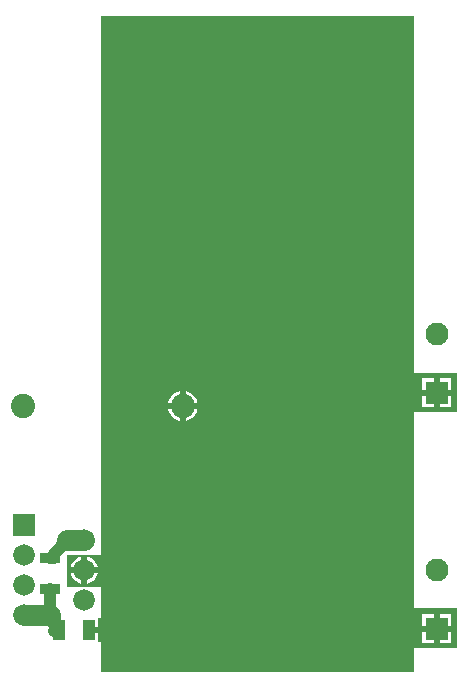
<source format=gbr>
%TF.GenerationSoftware,Altium Limited,Altium Designer,21.6.4 (81)*%
G04 Layer_Physical_Order=2*
G04 Layer_Color=16711680*
%FSLAX26Y26*%
%MOIN*%
%TF.SameCoordinates,D1CDB01D-C4A6-469F-8C54-8347A019B806*%
%TF.FilePolarity,Positive*%
%TF.FileFunction,Copper,L2,Bot,Signal*%
%TF.Part,Single*%
G01*
G75*
%TA.AperFunction,SMDPad,CuDef*%
%ADD15R,0.041339X0.070866*%
%TA.AperFunction,Conductor*%
%ADD18C,0.070866*%
%ADD19C,0.039370*%
%TA.AperFunction,ComponentPad*%
%ADD24C,0.072000*%
%ADD25R,0.072000X0.072000*%
%ADD26C,0.080709*%
%ADD27C,0.076772*%
%ADD28R,0.076772X0.076772*%
%TA.AperFunction,ViaPad*%
%ADD29C,0.035433*%
%ADD30C,0.023622*%
%TA.AperFunction,SMDPad,CuDef*%
%ADD31R,0.065284X0.037640*%
G36*
X1830709Y1291339D02*
X1976378D01*
Y1161417D01*
X1830709D01*
Y507874D01*
X1976378Y507874D01*
Y374016D01*
X1830709D01*
Y295276D01*
X787402D01*
Y393701D01*
X778701D01*
Y423071D01*
X748031D01*
Y443071D01*
X778701D01*
Y472441D01*
X787402D01*
X787401Y578740D01*
X677165Y578740D01*
X677165Y685039D01*
X787402D01*
Y2480315D01*
X1830709D01*
Y1291339D01*
D02*
G37*
%LPC*%
G36*
X1955866Y1273780D02*
X1917480D01*
Y1235394D01*
X1955866D01*
Y1273780D01*
D02*
G37*
G36*
X1897480D02*
X1859095D01*
Y1235394D01*
X1897480D01*
Y1273780D01*
D02*
G37*
G36*
X1070827Y1230553D02*
Y1191102D01*
X1110278D01*
X1107749Y1200538D01*
X1101120Y1212021D01*
X1091745Y1221396D01*
X1080263Y1228025D01*
X1070827Y1230553D01*
D02*
G37*
G36*
X1050827D02*
X1041391Y1228025D01*
X1029909Y1221396D01*
X1020533Y1212021D01*
X1013904Y1200538D01*
X1011376Y1191102D01*
X1050827D01*
Y1230553D01*
D02*
G37*
G36*
X1955866Y1215394D02*
X1917480D01*
Y1177008D01*
X1955866D01*
Y1215394D01*
D02*
G37*
G36*
X1897480D02*
X1859095D01*
Y1177008D01*
X1897480D01*
Y1215394D01*
D02*
G37*
G36*
X1110278Y1171102D02*
X1070827D01*
Y1131651D01*
X1080263Y1134180D01*
X1091745Y1140809D01*
X1101120Y1150184D01*
X1107749Y1161666D01*
X1110278Y1171102D01*
D02*
G37*
G36*
X1050827D02*
X1011376D01*
X1013904Y1161666D01*
X1020533Y1150184D01*
X1029909Y1140809D01*
X1041391Y1134180D01*
X1050827Y1131651D01*
Y1171102D01*
D02*
G37*
G36*
X742283Y678408D02*
Y643464D01*
X777226D01*
X775148Y651220D01*
X769092Y661709D01*
X760528Y670274D01*
X750039Y676330D01*
X742283Y678408D01*
D02*
G37*
G36*
X722283D02*
X714528Y676330D01*
X704039Y670274D01*
X695474Y661709D01*
X689418Y651220D01*
X687340Y643464D01*
X722283D01*
Y678408D01*
D02*
G37*
G36*
X777226Y623464D02*
X742283D01*
Y588521D01*
X750039Y590599D01*
X760528Y596655D01*
X769092Y605220D01*
X775148Y615709D01*
X777226Y623464D01*
D02*
G37*
G36*
X722283D02*
X687340D01*
X689418Y615709D01*
X695474Y605220D01*
X704039Y596655D01*
X714528Y590599D01*
X722283Y588521D01*
Y623464D01*
D02*
G37*
G36*
X1955866Y486378D02*
X1917480D01*
Y447992D01*
X1955866D01*
Y486378D01*
D02*
G37*
G36*
X1897480D02*
X1859095D01*
Y447992D01*
X1897480D01*
Y486378D01*
D02*
G37*
G36*
X1955866Y427992D02*
X1917480D01*
Y389606D01*
X1955866D01*
Y427992D01*
D02*
G37*
G36*
X1897480D02*
X1859095D01*
Y389606D01*
X1897480D01*
Y427992D01*
D02*
G37*
%LPD*%
D15*
X647638Y433071D02*
D03*
X748031D02*
D03*
D18*
X677103Y733248D02*
X732066D01*
X732283Y733465D01*
X619115Y483248D02*
X620079Y482284D01*
X532500Y483248D02*
X619115D01*
X532283Y483464D02*
X532500Y483248D01*
D19*
X618975Y675120D02*
X631067D01*
Y687212D02*
X677103Y733248D01*
X618110Y674255D02*
X618975Y675120D01*
X631067D02*
Y687212D01*
X620079Y482284D02*
Y568974D01*
X635827Y435039D02*
Y483248D01*
X732283Y633465D02*
X741113D01*
X630905Y430118D02*
X635827Y435039D01*
D24*
X532283Y483464D02*
D03*
X732283Y533465D02*
D03*
X532283Y583465D02*
D03*
X732283Y633465D02*
D03*
X532283Y683465D02*
D03*
X732283Y733465D02*
D03*
D25*
X532283Y783465D02*
D03*
D26*
X1060827Y1181102D02*
D03*
X529724D02*
D03*
D27*
X1907480Y1422244D02*
D03*
X1907480Y634842D02*
D03*
D28*
X1907480Y1225394D02*
D03*
X1907480Y437992D02*
D03*
D29*
X1374016Y1106299D02*
D03*
X1433071D02*
D03*
X1740158Y408465D02*
D03*
X1741142Y470472D02*
D03*
X1740158Y1194882D02*
D03*
X1741142Y1256890D02*
D03*
X842520Y594488D02*
D03*
Y649606D02*
D03*
X868110Y880905D02*
D03*
X813976Y881890D02*
D03*
X1014764Y1094488D02*
D03*
X955708D02*
D03*
X1617126Y1109252D02*
D03*
X1628937Y1316929D02*
D03*
X1569882D02*
D03*
X1558071Y1109252D02*
D03*
X1216535Y1103346D02*
D03*
X1157480D02*
D03*
D30*
X1176181Y529528D02*
D03*
D31*
X618110Y674255D02*
D03*
Y569839D02*
D03*
%TF.MD5,abc71a3ef5fe76f4b466879f0f74c2b1*%
M02*

</source>
